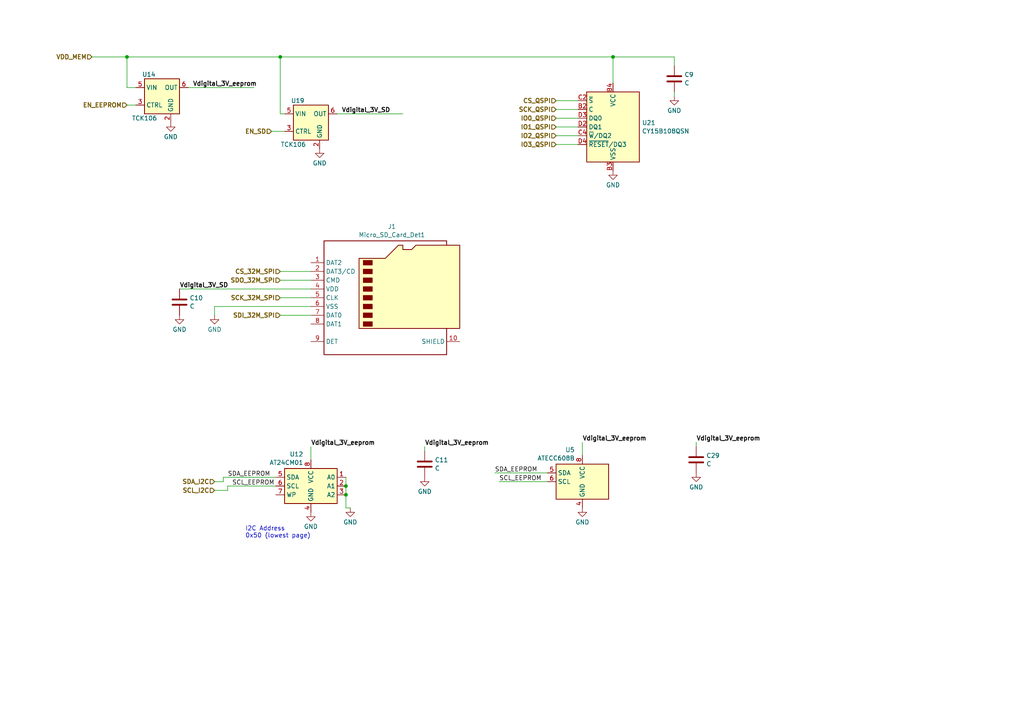
<source format=kicad_sch>
(kicad_sch (version 20230121) (generator eeschema)
  (paper "A4")
  (lib_symbols
    (symbol "24LC1025_1"
      (property "Reference" "U5" (at 2.1941 9.2243 0))
      (property "Value" "AT24CM01" (at 2.1941 6.8001 0))
      (symbol "24LC1025_1_1_1"
        (rectangle (start -7.62 5.08) (end 7.62 -5.08) (stroke (width 0.254)) (fill (type background)))
        (pin power_in line (at 0 -7.62 90) (length 2.54) (name "GND") (number "4"))
        (pin bidirectional line (at 10.16 2.54 180) (length 2.54) (name "SDA") (number "5"))
        (pin input line (at 10.16 0 180) (length 2.54) (name "SCL") (number "6"))
        (pin power_in line (at 0 7.62 270) (length 2.54) (name "VCC") (number "8"))
      )
    )
    (symbol "Connector:Micro_SD_Card_Det1"
      (property "Reference" "J" (at -16.51 17.78 0))
      (property "Value" "Micro_SD_Card_Det1" (at 16.51 17.78 0))
      (symbol "Micro_SD_Card_Det1_0_1"
        (rectangle (start -7.62 -6.985) (end -5.08 -8.255) (stroke (width 0.254)) (fill (type outline)))
        (rectangle (start -7.62 -4.445) (end -5.08 -5.715) (stroke (width 0.254)) (fill (type outline)))
        (rectangle (start -7.62 -1.905) (end -5.08 -3.175) (stroke (width 0.254)) (fill (type outline)))
        (rectangle (start -7.62 0.635) (end -5.08 -0.635) (stroke (width 0.254)) (fill (type outline)))
        (rectangle (start -7.62 3.175) (end -5.08 1.905) (stroke (width 0.254)) (fill (type outline)))
        (rectangle (start -7.62 5.715) (end -5.08 4.445) (stroke (width 0.254)) (fill (type outline)))
        (rectangle (start -7.62 8.255) (end -5.08 6.985) (stroke (width 0.254)) (fill (type outline)))
        (rectangle (start -7.62 10.795) (end -5.08 9.525) (stroke (width 0.254)) (fill (type outline)))
        (polyline (pts (xy 16.51 15.24) (xy 16.51 16.51) (xy -19.05 16.51) (xy -19.05 -16.51) (xy 16.51 -16.51) (xy 16.51 -8.89)) (stroke (width 0.254)))
        (polyline (pts (xy -8.89 -8.89) (xy -8.89 11.43) (xy -1.27 11.43) (xy 2.54 15.24) (xy 3.81 15.24) (xy 3.81 13.97) (xy 6.35 13.97) (xy 7.62 15.24) (xy 20.32 15.24) (xy 20.32 -8.89) (xy -8.89 -8.89)) (stroke (width 0.254)) (fill (type background)))
      )
      (symbol "Micro_SD_Card_Det1_1_1"
        (pin bidirectional line (at -22.86 10.16 0) (length 3.81) (name "DAT2") (number "1"))
        (pin passive line (at 20.32 -12.7 180) (length 3.81) (name "SHIELD") (number "10"))
        (pin bidirectional line (at -22.86 7.62 0) (length 3.81) (name "DAT3/CD") (number "2"))
        (pin input line (at -22.86 5.08 0) (length 3.81) (name "CMD") (number "3"))
        (pin power_in line (at -22.86 2.54 0) (length 3.81) (name "VDD") (number "4"))
        (pin input line (at -22.86 0 0) (length 3.81) (name "CLK") (number "5"))
        (pin power_in line (at -22.86 -2.54 0) (length 3.81) (name "VSS") (number "6"))
        (pin bidirectional line (at -22.86 -5.08 0) (length 3.81) (name "DAT0") (number "7"))
        (pin bidirectional line (at -22.86 -7.62 0) (length 3.81) (name "DAT1") (number "8"))
        (pin passive line (at -22.86 -12.7 0) (length 3.81) (name "DET") (number "9"))
      )
    )
    (symbol "Device:C" (pin_numbers hide) (pin_names (offset 0.254))
      (property "Reference" "C" (at 0.635 2.54 0))
      (property "Value" "C" (at 0.635 -2.54 0))
      (symbol "C_0_1"
        (polyline (pts (xy -2.032 -0.762) (xy 2.032 -0.762)) (stroke (width 0.508)))
        (polyline (pts (xy -2.032 0.762) (xy 2.032 0.762)) (stroke (width 0.508)))
      )
      (symbol "C_1_1"
        (pin passive line (at 0 3.81 270) (length 2.794) (name "~") (number "1"))
        (pin passive line (at 0 -3.81 90) (length 2.794) (name "~") (number "2"))
      )
    )
    (symbol "Memory_EEPROM:24LC1025"
      (property "Reference" "U" (at -6.35 6.35 0))
      (property "Value" "24LC1025" (at 1.27 6.35 0))
      (symbol "24LC1025_1_1"
        (rectangle (start -7.62 5.08) (end 7.62 -5.08) (stroke (width 0.254)) (fill (type background)))
        (pin input line (at -10.16 2.54 0) (length 2.54) (name "A0") (number "1"))
        (pin input line (at -10.16 0 0) (length 2.54) (name "A1") (number "2"))
        (pin input line (at -10.16 -2.54 0) (length 2.54) (name "A2") (number "3"))
        (pin power_in line (at 0 -7.62 90) (length 2.54) (name "GND") (number "4"))
        (pin bidirectional line (at 10.16 2.54 180) (length 2.54) (name "SDA") (number "5"))
        (pin input line (at 10.16 0 180) (length 2.54) (name "SCL") (number "6"))
        (pin input line (at 10.16 -2.54 180) (length 2.54) (name "WP") (number "7"))
        (pin power_in line (at 0 7.62 270) (length 2.54) (name "VCC") (number "8"))
      )
    )
    (symbol "Memory_Flash:MT25QUxxxxxx1xW7"
      (property "Reference" "U21" (at 8.382 1.2121 0))
      (property "Value" "MT25QUxxxxxx1xW7" (at 8.382 -1.2121 0))
      (symbol "MT25QUxxxxxx1xW7_0_1"
        (rectangle (start -7.62 10.16) (end 7.62 -10.16) (stroke (width 0.254)) (fill (type background)))
      )
      (symbol "MT25QUxxxxxx1xW7_1_1"
        (pin input line (at -10.16 5.08 0) (length 2.54) (name "C") (number "B2"))
        (pin power_in line (at 0 -12.7 90) (length 2.54) (name "VSS") (number "B3"))
        (pin power_in line (at 0 12.7 270) (length 2.54) (name "VCC") (number "B4"))
        (pin input line (at -10.16 7.62 0) (length 2.54) (name "~{S}") (number "C2"))
        (pin input line (at -10.16 -2.54 0) (length 2.54) (name "~{W}/DQ2") (number "C4"))
        (pin bidirectional line (at -10.16 0 0) (length 2.54) (name "DQ1") (number "D2"))
        (pin bidirectional line (at -10.16 2.54 0) (length 2.54) (name "DQ0") (number "D3"))
        (pin input line (at -10.16 -5.08 0) (length 2.54) (name "~{RESET}/DQ3") (number "D4"))
      )
    )
    (symbol "Power_Management:BTS5045-1EJA"
      (property "Reference" "U14" (at -3.81 6.35 0))
      (property "Value" "TCK106" (at -2.54 -6.35 0))
      (symbol "BTS5045-1EJA_0_1"
        (rectangle (start -5.08 5.08) (end 5.08 -5.08) (stroke (width 0.254)) (fill (type background)))
      )
      (symbol "BTS5045-1EJA_1_1"
        (pin power_in line (at 2.54 -7.62 90) (length 2.54) (name "GND") (number "2"))
        (pin output line (at -7.62 -2.54 0) (length 2.54) (name "CTRL") (number "3"))
        (pin input line (at -7.62 2.54 0) (length 2.54) (name "VIN") (number "5"))
        (pin power_out line (at 7.62 2.54 180) (length 2.54) (name "OUT") (number "6"))
      )
    )
    (symbol "power:GND" (power) (pin_names (offset 0))
      (property "Value" "GND" (at 0 -3.81 0))
      (symbol "GND_0_1"
        (polyline (pts (xy 0 0) (xy 0 -1.27) (xy 1.27 -1.27) (xy 0 -2.54) (xy -1.27 -1.27) (xy 0 -1.27)))
      )
      (symbol "GND_1_1"
        (pin power_in line (at 0 0 270) (length 0) hide (name "GND") (number "1"))
      )
    )
  )
  (junction (at 36.83 16.51))
  (junction (at 81.28 16.51))
  (junction (at 177.8 16.51))
  (junction (at 100.33 140.97))
  (junction (at 100.33 143.51))
  (wire (pts (xy 62.23 142.24) (xy 66.04 142.24)))
  (wire (pts (xy 195.58 19.05) (xy 195.58 16.51)))
  (wire (pts (xy 100.33 143.51) (xy 100.33 147.32)))
  (wire (pts (xy 161.29 34.29) (xy 167.64 34.29)))
  (wire (pts (xy 78.74 38.1) (xy 82.55 38.1)))
  (wire (pts (xy 97.79 33.02) (xy 116.84 33.02)))
  (wire (pts (xy 100.33 147.32) (xy 101.6 147.32)))
  (wire (pts (xy 82.55 33.02) (xy 81.28 33.02)))
  (wire (pts (xy 36.83 25.4) (xy 36.83 16.51)))
  (wire (pts (xy 81.28 86.36) (xy 90.17 86.36)))
  (wire (pts (xy 100.33 140.97) (xy 100.33 143.51)))
  (wire (pts (xy 66.04 140.97) (xy 80.01 140.97)))
  (wire (pts (xy 54.61 25.4) (xy 73.66 25.4)))
  (wire (pts (xy 123.19 129.54) (xy 123.19 130.81)))
  (wire (pts (xy 36.83 30.48) (xy 39.37 30.48)))
  (wire (pts (xy 64.77 138.43) (xy 80.01 138.43)))
  (wire (pts (xy 81.28 16.51) (xy 177.8 16.51)))
  (wire (pts (xy 36.83 16.51) (xy 81.28 16.51)))
  (wire (pts (xy 161.29 39.37) (xy 167.64 39.37)))
  (wire (pts (xy 81.28 81.28) (xy 90.17 81.28)))
  (wire (pts (xy 81.28 91.44) (xy 90.17 91.44)))
  (wire (pts (xy 66.04 142.24) (xy 66.04 140.97)))
  (wire (pts (xy 81.28 33.02) (xy 81.28 16.51)))
  (wire (pts (xy 26.67 16.51) (xy 36.83 16.51)))
  (wire (pts (xy 90.17 88.9) (xy 62.23 88.9)))
  (wire (pts (xy 201.93 128.27) (xy 201.93 129.54)))
  (wire (pts (xy 161.29 31.75) (xy 167.64 31.75)))
  (wire (pts (xy 90.17 129.54) (xy 90.17 133.35)))
  (wire (pts (xy 100.33 138.43) (xy 100.33 140.97)))
  (wire (pts (xy 81.28 78.74) (xy 90.17 78.74)))
  (wire (pts (xy 52.07 83.82) (xy 90.17 83.82)))
  (wire (pts (xy 62.23 88.9) (xy 62.23 91.44)))
  (wire (pts (xy 195.58 16.51) (xy 177.8 16.51)))
  (wire (pts (xy 39.37 25.4) (xy 36.83 25.4)))
  (wire (pts (xy 144.78 139.7) (xy 158.75 139.7)))
  (wire (pts (xy 168.91 128.27) (xy 168.91 132.08)))
  (wire (pts (xy 195.58 26.67) (xy 195.58 27.94)))
  (wire (pts (xy 161.29 29.21) (xy 167.64 29.21)))
  (wire (pts (xy 64.77 139.7) (xy 64.77 138.43)))
  (wire (pts (xy 161.29 36.83) (xy 167.64 36.83)))
  (wire (pts (xy 62.23 139.7) (xy 64.77 139.7)))
  (wire (pts (xy 161.29 41.91) (xy 167.64 41.91)))
  (wire (pts (xy 143.51 137.16) (xy 158.75 137.16)))
  (wire (pts (xy 177.8 16.51) (xy 177.8 24.13)))
  (text "I2C Address \n0x50 (lowest page)" (at 71.12 156.21 0) (effects (font (size 1.27 1.27)) (justify left bottom)))
  (label "Vdigital_3V_eeprom" (at 55.88 25.4 0) (effects (font bold)))
  (label "SDA_EEPROM" (at 143.51 137.16 0))
  (label "Vdigital_3V_SD" (at 52.07 83.82 0) (effects (font bold)))
  (label "Vdigital_3V_SD" (at 99.06 33.02 0) (effects (font bold)))
  (label "Vdigital_3V_eeprom" (at 90.17 129.54 0) (effects (font bold)))
  (label "SCL_EEPROM" (at 144.78 139.7 0))
  (label "SDA_EEPROM" (at 66.04 138.43 0))
  (label "SCL_EEPROM" (at 67.31 140.97 0))
  (label "Vdigital_3V_eeprom" (at 201.93 128.27 0) (effects (font bold)))
  (label "Vdigital_3V_eeprom" (at 168.91 128.27 0) (effects (font bold)))
  (label "Vdigital_3V_eeprom" (at 123.19 129.54 0) (effects (font bold)))
  (hierarchical_label "CS_QSPI" (shape input) (at 161.29 29.21 180) (effects (font bold)))
  (hierarchical_label "SDO_32M_SPI" (shape input) (at 81.28 81.28 180) (effects (font bold)))
  (hierarchical_label "EN_SD" (shape input) (at 78.74 38.1 180) (effects (font bold)))
  (hierarchical_label "SDI_32M_SPI" (shape input) (at 81.28 91.44 180) (effects (font bold)))
  (hierarchical_label "IO0_QSPI" (shape input) (at 161.29 34.29 180) (effects (font bold)))
  (hierarchical_label "IO3_QSPI" (shape input) (at 161.29 41.91 180) (effects (font bold)))
  (hierarchical_label "SCL_I2C" (shape input) (at 62.23 142.24 180) (effects (font bold)))
  (hierarchical_label "SCK_32M_SPI" (shape input) (at 81.28 86.36 180) (effects (font bold)))
  (hierarchical_label "SCK_QSPI" (shape input) (at 161.29 31.75 180) (effects (font bold)))
  (hierarchical_label "VDD_MEM" (shape input) (at 26.67 16.51 180) (effects (font bold)))
  (hierarchical_label "IO2_QSPI" (shape input) (at 161.29 39.37 180) (effects (font bold)))
  (hierarchical_label "EN_EEPROM" (shape input) (at 36.83 30.48 180) (effects (font bold)))
  (hierarchical_label "SDA_I2C" (shape input) (at 62.23 139.7 180) (effects (font bold)))
  (hierarchical_label "IO1_QSPI" (shape input) (at 161.29 36.83 180) (effects (font bold)))
  (hierarchical_label "CS_32M_SPI" (shape input) (at 81.28 78.74 180) (effects (font bold)))
  (symbol (lib_id "Memory_EEPROM:24LC1025") (at 90.17 140.97 0) (mirror y) (unit 1)
    (property "Reference" "U12" (at 87.9759 131.7457 0) (effects (justify left)))
    (property "Value" "AT24CM01" (at 87.9759 134.1699 0) (effects (justify left)))
    (property "Datasheet" "http://ww1.microchip.com/downloads/en/DeviceDoc/21941B.pdf" (effects hide))
  )
  (symbol (lib_id "power:GND") (at 49.53 35.56 0) (unit 1)
    (property "Reference" "#PWR023" (effects hide))
    (property "Value" "GND" (at 49.53 39.6931 0))
  )
  (symbol (lib_id "power:GND") (at 101.6 147.32 0) (unit 1)
    (property "Reference" "#PWR0132" (effects hide))
    (property "Value" "GND" (at 101.6 151.4531 0))
  )
  (symbol (lib_id "Power_Management:BTS5045-1EJA") (at 46.99 27.94 0) (unit 1)
    (property "Reference" "U14" (at 43.18 21.59 0))
    (property "Value" "TCK106" (at 41.91 34.29 0))
    (property "Footprint" "Package_SO:Infineon_PG-DSO-8-43" (effects hide))
    (property "Datasheet" "http://www.infineon.com/dgdl/Infineon-BTS5045-1EJA-DS-v02_02-EN.pdf?fileId=5546d4625a888733015aa411125b1069" (effects hide))
  )
  (symbol (lib_id "Device:C") (at 52.07 87.63 0) (unit 1)
    (property "Reference" "C10" (at 54.991 86.4179 0) (effects (justify left)))
    (property "Value" "C" (at 54.991 88.8421 0) (effects (justify left)))
  )
  (symbol (lib_id "power:GND") (at 52.07 91.44 0) (unit 1)
    (property "Reference" "#PWR026" (effects hide))
    (property "Value" "GND" (at 52.07 95.5731 0))
  )
  (symbol (lib_id "power:GND") (at 201.93 137.16 0) (unit 1)
    (property "Reference" "#PWR059" (effects hide))
    (property "Value" "GND" (at 201.93 141.2931 0))
  )
  (symbol (lib_id "Connector:Micro_SD_Card_Det1") (at 113.03 86.36 0) (unit 1)
    (property "Reference" "J1" (at 113.665 65.7057 0))
    (property "Value" "Micro_SD_Card_Det1" (at 113.665 68.1299 0))
    (property "Datasheet" "https://datasheet.lcsc.com/lcsc/2110151630_XKB-Connectivity-XKTF-015-N_C381082.pdf" (effects hide))
  )
  (symbol (lib_id "power:GND") (at 195.58 27.94 0) (unit 1)
    (property "Reference" "#PWR025" (effects hide))
    (property "Value" "GND" (at 195.58 32.0731 0))
  )
  (symbol (lib_id "power:GND") (at 123.19 138.43 0) (unit 1)
    (property "Reference" "#PWR028" (effects hide))
    (property "Value" "GND" (at 123.19 142.5631 0))
  )
  (symbol (lib_name "24LC1025_1") (lib_id "Memory_EEPROM:24LC1025") (at 168.91 139.7 0) (mirror y) (unit 1)
    (property "Reference" "U5" (at 166.7159 130.4757 0) (effects (justify left)))
    (property "Value" "ATECC608B" (at 166.7159 132.8999 0) (effects (justify left)))
    (property "Datasheet" "http://ww1.microchip.com/downloads/en/DeviceDoc/21941B.pdf" (effects hide))
  )
  (symbol (lib_id "power:GND") (at 177.8 49.53 0) (unit 1)
    (property "Reference" "#PWR050" (effects hide))
    (property "Value" "GND" (at 177.8 53.6631 0))
  )
  (symbol (lib_id "Device:C") (at 195.58 22.86 0) (unit 1)
    (property "Reference" "C9" (at 198.501 21.6479 0) (effects (justify left)))
    (property "Value" "C" (at 198.501 24.0721 0) (effects (justify left)))
  )
  (symbol (lib_id "Device:C") (at 123.19 134.62 0) (unit 1)
    (property "Reference" "C11" (at 126.111 133.4079 0) (effects (justify left)))
    (property "Value" "C" (at 126.111 135.8321 0) (effects (justify left)))
  )
  (symbol (lib_id "power:GND") (at 90.17 148.59 0) (unit 1)
    (property "Reference" "#PWR029" (effects hide))
    (property "Value" "GND" (at 90.17 152.7231 0))
  )
  (symbol (lib_id "power:GND") (at 168.91 147.32 0) (unit 1)
    (property "Reference" "#PWR058" (effects hide))
    (property "Value" "GND" (at 168.91 151.4531 0))
  )
  (symbol (lib_id "Memory_Flash:MT25QUxxxxxx1xW7") (at 177.8 36.83 0) (unit 1)
    (property "Reference" "U21" (at 186.182 35.6179 0) (effects (justify left)))
    (property "Value" "CY15B108QSN" (at 186.182 38.0421 0) (effects (justify left)))
    (property "Footprint" "Package_DFN_QFN:W-PDFN-8-1EP_6x5mm_P1.27mm_EP3x3mm" (effects hide))
    (property "Datasheet" "https://media-www.micron.com/-/media/client/global/documents/products/data-sheet/nor-flash/serial-nor/mt25q/die-rev-a/mt25q_qljs_u_256_aba_0.pdf" (effects hide))
  )
  (symbol (lib_id "power:GND") (at 92.71 43.18 0) (unit 1)
    (property "Reference" "#PWR024" (effects hide))
    (property "Value" "GND" (at 92.71 47.3131 0))
  )
  (symbol (lib_id "Power_Management:BTS5045-1EJA") (at 90.17 35.56 0) (unit 1)
    (property "Reference" "U19" (at 86.36 29.21 0))
    (property "Value" "TCK106" (at 85.09 41.91 0))
    (property "Footprint" "Package_SO:Infineon_PG-DSO-8-43" (effects hide))
    (property "Datasheet" "http://www.infineon.com/dgdl/Infineon-BTS5045-1EJA-DS-v02_02-EN.pdf?fileId=5546d4625a888733015aa411125b1069" (effects hide))
  )
  (symbol (lib_id "Device:C") (at 201.93 133.35 0) (unit 1)
    (property "Reference" "C29" (at 204.851 132.1379 0) (effects (justify left)))
    (property "Value" "C" (at 204.851 134.5621 0) (effects (justify left)))
  )
  (symbol (lib_id "power:GND") (at 62.23 91.44 0) (unit 1)
    (property "Reference" "#PWR027" (effects hide))
    (property "Value" "GND" (at 62.23 95.5731 0))
  )
)
</source>
